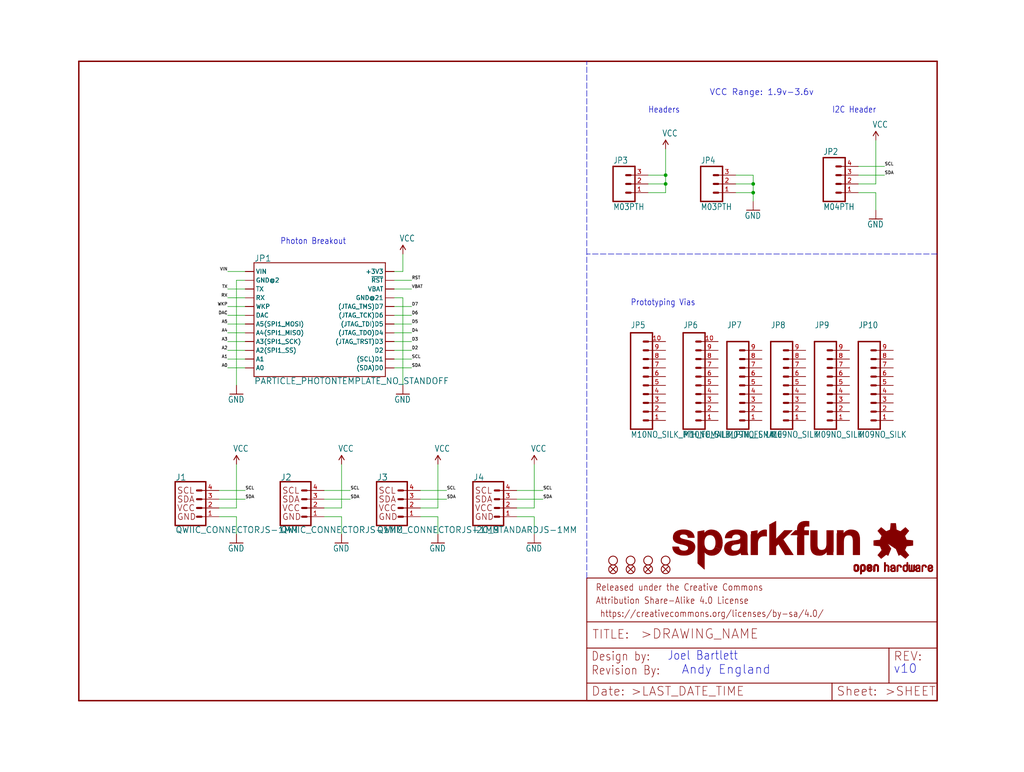
<source format=kicad_sch>
(kicad_sch (version 20211123) (generator eeschema)
  (paper "User" 297.002 223.926)
  (lib_symbols
    (symbol "schematicEagle-eagle-import:FIDUCIALUFIDUCIAL")
    (symbol "schematicEagle-eagle-import:FRAME-LETTER"
      (symbol "FRAME-LETTER_2_0"
        (text " https://creativecommons.org/licenses/by-sa/4.0/" (at 2.54 24.13 0) (effects (font (size 1.9304 1.6408)) (justify left bottom)))
        (text ">DRAWING_NAME" (at 15.494 17.78 0) (effects (font (size 2.7432 2.7432)) (justify left bottom)))
        (text ">LAST_DATE_TIME" (at 12.7 1.27 0) (effects (font (size 2.54 2.54)) (justify left bottom)))
        (text ">SHEET" (at 86.36 1.27 0) (effects (font (size 2.54 2.54)) (justify left bottom)))
        (text "Attribution Share-Alike 4.0 License" (at 2.54 27.94 0) (effects (font (size 1.9304 1.6408)) (justify left bottom)))
        (text "Date:" (at 1.27 1.27 0) (effects (font (size 2.54 2.54)) (justify left bottom)))
        (text "Design by:" (at 1.27 11.43 0) (effects (font (size 2.54 2.159)) (justify left bottom)))
        (text "Released under the Creative Commons" (at 2.54 31.75 0) (effects (font (size 1.9304 1.6408)) (justify left bottom)))
        (text "REV:" (at 88.9 11.43 0) (effects (font (size 2.54 2.54)) (justify left bottom)))
        (text "Sheet:" (at 72.39 1.27 0) (effects (font (size 2.54 2.54)) (justify left bottom)))
        (text "TITLE:" (at 1.524 17.78 0) (effects (font (size 2.54 2.54)) (justify left bottom)))
      )
    )
    (symbol "schematicEagle-eagle-import:GND" (power)
      (property "Value" "GND" (at -2.54 -2.54 0))
      (symbol "GND_1_0"
        (pin power_in line (at 0 2.54 270) (length 2.54) (name "GND") (number "1"))
      )
    )
    (symbol "schematicEagle-eagle-import:I2C_STANDARDJS-1MM"
      (property "Reference" "J" (at -5.08 7.874 0))
      (property "Value" "I2C_STANDARDJS-1MM" (at -5.08 -5.334 0))
      (symbol "I2C_STANDARDJS-1MM_1_0"
        (text "GND" (at -4.572 -2.54 0) (effects (font (size 1.778 1.778)) (justify left)))
        (text "SCL" (at -4.572 5.08 0) (effects (font (size 1.778 1.778)) (justify left)))
        (text "SDA" (at -4.572 2.54 0) (effects (font (size 1.778 1.778)) (justify left)))
        (text "VCC" (at -4.572 0 0) (effects (font (size 1.778 1.778)) (justify left)))
        (pin power_in line (at 7.62 -2.54 180) (length 5.08) (name "GND") (number "1"))
        (pin power_in line (at 7.62 0 180) (length 5.08) (name "VCC") (number "2"))
        (pin passive line (at 7.62 2.54 180) (length 5.08) (name "SDA") (number "3"))
        (pin passive line (at 7.62 5.08 180) (length 5.08) (name "SCL") (number "4"))
      )
    )
    (symbol "schematicEagle-eagle-import:M03PTH"
      (property "Reference" "JP" (at -2.54 5.842 0))
      (property "Value" "M03PTH" (at -2.54 -7.62 0))
      (symbol "M03PTH_1_0"
        (pin passive line (at 7.62 -2.54 180) (length 5.08) (name "1") (number "1"))
        (pin passive line (at 7.62 0 180) (length 5.08) (name "2") (number "2"))
        (pin passive line (at 7.62 2.54 180) (length 5.08) (name "3") (number "3"))
      )
    )
    (symbol "schematicEagle-eagle-import:M04PTH"
      (property "Reference" "JP" (at -5.08 8.382 0))
      (property "Value" "M04PTH" (at -5.08 -7.62 0))
      (symbol "M04PTH_1_0"
        (pin passive line (at 5.08 -2.54 180) (length 5.08) (name "1") (number "1"))
        (pin passive line (at 5.08 0 180) (length 5.08) (name "2") (number "2"))
        (pin passive line (at 5.08 2.54 180) (length 5.08) (name "3") (number "3"))
        (pin passive line (at 5.08 5.08 180) (length 5.08) (name "4") (number "4"))
      )
    )
    (symbol "schematicEagle-eagle-import:M09NO_SILK"
      (property "Reference" "JP" (at 0 16.51 0))
      (property "Value" "M09NO_SILK" (at 0 -15.24 0))
      (symbol "M09NO_SILK_1_0"
        (pin passive line (at 10.16 -10.16 180) (length 5.08) (name "1") (number "1"))
        (pin passive line (at 10.16 -7.62 180) (length 5.08) (name "2") (number "2"))
        (pin passive line (at 10.16 -5.08 180) (length 5.08) (name "3") (number "3"))
        (pin passive line (at 10.16 -2.54 180) (length 5.08) (name "4") (number "4"))
        (pin passive line (at 10.16 0 180) (length 5.08) (name "5") (number "5"))
        (pin passive line (at 10.16 2.54 180) (length 5.08) (name "6") (number "6"))
        (pin passive line (at 10.16 5.08 180) (length 5.08) (name "7") (number "7"))
        (pin passive line (at 10.16 7.62 180) (length 5.08) (name "8") (number "8"))
        (pin passive line (at 10.16 10.16 180) (length 5.08) (name "9") (number "9"))
      )
    )
    (symbol "schematicEagle-eagle-import:M10NO_SILK_PTH_FEMALE"
      (property "Reference" "JP" (at 0 8.89 0))
      (property "Value" "M10NO_SILK_PTH_FEMALE" (at 0 -22.86 0))
      (symbol "M10NO_SILK_PTH_FEMALE_1_0"
        (pin passive line (at 10.16 -17.78 180) (length 5.08) (name "1") (number "1"))
        (pin passive line (at 10.16 5.08 180) (length 5.08) (name "10") (number "10"))
        (pin passive line (at 10.16 -15.24 180) (length 5.08) (name "2") (number "2"))
        (pin passive line (at 10.16 -12.7 180) (length 5.08) (name "3") (number "3"))
        (pin passive line (at 10.16 -10.16 180) (length 5.08) (name "4") (number "4"))
        (pin passive line (at 10.16 -7.62 180) (length 5.08) (name "5") (number "5"))
        (pin passive line (at 10.16 -5.08 180) (length 5.08) (name "6") (number "6"))
        (pin passive line (at 10.16 -2.54 180) (length 5.08) (name "7") (number "7"))
        (pin passive line (at 10.16 0 180) (length 5.08) (name "8") (number "8"))
        (pin passive line (at 10.16 2.54 180) (length 5.08) (name "9") (number "9"))
      )
    )
    (symbol "schematicEagle-eagle-import:OSHW-LOGOM")
    (symbol "schematicEagle-eagle-import:PARTICLE_PHOTONTEMPLATE_NO_STANDOFF"
      (property "Reference" "JP" (at -20.32 18.034 0))
      (property "Value" "PARTICLE_PHOTONTEMPLATE_NO_STANDOFF" (at -20.32 -15.494 0))
      (symbol "PARTICLE_PHOTONTEMPLATE_NO_STANDOFF_1_0"
        (pin power_in line (at -22.86 15.24 0) (length 2.54) (name "VIN") (number "1"))
        (pin bidirectional line (at -22.86 -7.62 0) (length 2.54) (name "A2(SPI1_SS)") (number "10"))
        (pin bidirectional line (at -22.86 -10.16 0) (length 2.54) (name "A1") (number "11"))
        (pin bidirectional line (at -22.86 -12.7 0) (length 2.54) (name "A0") (number "12"))
        (pin bidirectional line (at 20.32 -12.7 180) (length 2.54) (name "(SDA)D0") (number "13"))
        (pin bidirectional line (at 20.32 -10.16 180) (length 2.54) (name "(SCL)D1") (number "14"))
        (pin bidirectional line (at 20.32 -7.62 180) (length 2.54) (name "D2") (number "15"))
        (pin bidirectional line (at 20.32 -5.08 180) (length 2.54) (name "(JTAG_TRST)D3") (number "16"))
        (pin bidirectional line (at 20.32 -2.54 180) (length 2.54) (name "(JTAG_TDO)D4") (number "17"))
        (pin bidirectional line (at 20.32 0 180) (length 2.54) (name "(JTAG_TDI)D5") (number "18"))
        (pin bidirectional line (at 20.32 2.54 180) (length 2.54) (name "(JTAG_TCK)D6") (number "19"))
        (pin power_in line (at -22.86 12.7 0) (length 2.54) (name "GND@2") (number "2"))
        (pin bidirectional line (at 20.32 5.08 180) (length 2.54) (name "(JTAG_TMS)D7") (number "20"))
        (pin power_in line (at 20.32 7.62 180) (length 2.54) (name "GND@21") (number "21"))
        (pin power_in line (at 20.32 10.16 180) (length 2.54) (name "VBAT") (number "22"))
        (pin bidirectional line (at 20.32 12.7 180) (length 2.54) (name "~{RST}") (number "23"))
        (pin power_in line (at 20.32 15.24 180) (length 2.54) (name "+3V3") (number "24"))
        (pin bidirectional line (at -22.86 10.16 0) (length 2.54) (name "TX") (number "3"))
        (pin power_in line (at 20.32 15.24 180) (length 2.54) (name "+3V3") (number "3V3"))
        (pin bidirectional line (at -22.86 7.62 0) (length 2.54) (name "RX") (number "4"))
        (pin bidirectional line (at -22.86 5.08 0) (length 2.54) (name "WKP") (number "5"))
        (pin bidirectional line (at -22.86 2.54 0) (length 2.54) (name "DAC") (number "6"))
        (pin bidirectional line (at -22.86 0 0) (length 2.54) (name "A5(SPI1_MOSI)") (number "7"))
        (pin bidirectional line (at -22.86 -2.54 0) (length 2.54) (name "A4(SPI1_MISO)") (number "8"))
        (pin bidirectional line (at -22.86 -5.08 0) (length 2.54) (name "A3(SPI1_SCK)") (number "9"))
        (pin bidirectional line (at -22.86 -12.7 0) (length 2.54) (name "A0") (number "A0"))
        (pin bidirectional line (at -22.86 -10.16 0) (length 2.54) (name "A1") (number "A1"))
        (pin bidirectional line (at -22.86 -7.62 0) (length 2.54) (name "A2(SPI1_SS)") (number "A2"))
        (pin bidirectional line (at -22.86 -5.08 0) (length 2.54) (name "A3(SPI1_SCK)") (number "A3"))
        (pin bidirectional line (at -22.86 -2.54 0) (length 2.54) (name "A4(SPI1_MISO)") (number "A4"))
        (pin bidirectional line (at -22.86 0 0) (length 2.54) (name "A5(SPI1_MOSI)") (number "A5"))
        (pin bidirectional line (at 20.32 -12.7 180) (length 2.54) (name "(SDA)D0") (number "D0"))
        (pin bidirectional line (at 20.32 -10.16 180) (length 2.54) (name "(SCL)D1") (number "D1"))
        (pin bidirectional line (at 20.32 -7.62 180) (length 2.54) (name "D2") (number "D2"))
        (pin bidirectional line (at 20.32 -5.08 180) (length 2.54) (name "(JTAG_TRST)D3") (number "D3"))
        (pin bidirectional line (at 20.32 -2.54 180) (length 2.54) (name "(JTAG_TDO)D4") (number "D4"))
        (pin bidirectional line (at 20.32 0 180) (length 2.54) (name "(JTAG_TDI)D5") (number "D5"))
        (pin bidirectional line (at 20.32 2.54 180) (length 2.54) (name "(JTAG_TCK)D6") (number "D6"))
        (pin bidirectional line (at 20.32 5.08 180) (length 2.54) (name "(JTAG_TMS)D7") (number "D7"))
        (pin bidirectional line (at -22.86 2.54 0) (length 2.54) (name "DAC") (number "DAC"))
        (pin power_in line (at -22.86 12.7 0) (length 2.54) (name "GND@2") (number "GND@0"))
        (pin power_in line (at 20.32 7.62 180) (length 2.54) (name "GND@21") (number "GND@2"))
        (pin bidirectional line (at 20.32 12.7 180) (length 2.54) (name "~{RST}") (number "RST"))
        (pin bidirectional line (at -22.86 7.62 0) (length 2.54) (name "RX") (number "RX"))
        (pin bidirectional line (at -22.86 10.16 0) (length 2.54) (name "TX") (number "TX"))
        (pin power_in line (at 20.32 10.16 180) (length 2.54) (name "VBAT") (number "VBAT"))
        (pin power_in line (at -22.86 15.24 0) (length 2.54) (name "VIN") (number "VIN"))
        (pin bidirectional line (at -22.86 5.08 0) (length 2.54) (name "WKP") (number "WKP"))
      )
    )
    (symbol "schematicEagle-eagle-import:QWIIC_CONNECTORJS-1MM"
      (property "Reference" "J" (at -5.08 7.874 0))
      (property "Value" "QWIIC_CONNECTORJS-1MM" (at -5.08 -5.334 0))
      (symbol "QWIIC_CONNECTORJS-1MM_1_0"
        (text "GND" (at -4.572 -2.54 0) (effects (font (size 1.778 1.778)) (justify left)))
        (text "SCL" (at -4.572 5.08 0) (effects (font (size 1.778 1.778)) (justify left)))
        (text "SDA" (at -4.572 2.54 0) (effects (font (size 1.778 1.778)) (justify left)))
        (text "VCC" (at -4.572 0 0) (effects (font (size 1.778 1.778)) (justify left)))
        (pin power_in line (at 7.62 -2.54 180) (length 5.08) (name "GND") (number "1"))
        (pin power_in line (at 7.62 0 180) (length 5.08) (name "VCC") (number "2"))
        (pin passive line (at 7.62 2.54 180) (length 5.08) (name "SDA") (number "3"))
        (pin passive line (at 7.62 5.08 180) (length 5.08) (name "SCL") (number "4"))
      )
    )
    (symbol "schematicEagle-eagle-import:REVISION"
      (symbol "REVISION_1_0"
        (text "Revision By: " (at 0 0 0) (effects (font (size 2.54 2.159)) (justify left bottom)))
      )
    )
    (symbol "schematicEagle-eagle-import:SFE_LOGO_NAME.1_INCH")
    (symbol "schematicEagle-eagle-import:STAND-OFF")
    (symbol "schematicEagle-eagle-import:VCC" (power)
      (property "Value" "VCC" (at -1.016 3.556 0))
      (symbol "VCC_1_0"
        (pin power_in line (at 0 0 90) (length 2.54) (name "VCC") (number "1"))
      )
    )
  )
  (junction (at 193.04 50.8))
  (junction (at 218.44 55.88))
  (junction (at 218.44 53.34))
  (junction (at 193.04 53.34))
  (wire (pts (xy 248.92 55.88) (xy 254 55.88)))
  (wire (pts (xy 114.3 86.36) (xy 116.84 86.36)))
  (wire (pts (xy 71.12 104.14) (xy 66.04 104.14)))
  (wire (pts (xy 93.98 142.24) (xy 101.6 142.24)))
  (polyline (pts (xy 170.18 73.66) (xy 170.18 17.78)))
  (wire (pts (xy 116.84 78.74) (xy 116.84 73.66)))
  (wire (pts (xy 193.04 43.18) (xy 193.04 50.8)))
  (wire (pts (xy 218.44 53.34) (xy 218.44 50.8)))
  (wire (pts (xy 71.12 106.68) (xy 66.04 106.68)))
  (wire (pts (xy 71.12 86.36) (xy 66.04 86.36)))
  (wire (pts (xy 114.3 104.14) (xy 119.38 104.14)))
  (wire (pts (xy 213.36 53.34) (xy 218.44 53.34)))
  (wire (pts (xy 63.5 147.32) (xy 68.58 147.32)))
  (wire (pts (xy 213.36 55.88) (xy 218.44 55.88)))
  (wire (pts (xy 149.86 147.32) (xy 154.94 147.32)))
  (wire (pts (xy 248.92 53.34) (xy 254 53.34)))
  (wire (pts (xy 193.04 53.34) (xy 193.04 55.88)))
  (wire (pts (xy 71.12 81.28) (xy 68.58 81.28)))
  (wire (pts (xy 248.92 48.26) (xy 256.54 48.26)))
  (wire (pts (xy 218.44 55.88) (xy 218.44 58.42)))
  (wire (pts (xy 116.84 86.36) (xy 116.84 111.76)))
  (wire (pts (xy 127 147.32) (xy 127 134.62)))
  (wire (pts (xy 71.12 99.06) (xy 66.04 99.06)))
  (wire (pts (xy 154.94 149.86) (xy 154.94 154.94)))
  (wire (pts (xy 68.58 81.28) (xy 68.58 111.76)))
  (polyline (pts (xy 271.78 73.66) (xy 170.18 73.66)))
  (wire (pts (xy 93.98 144.78) (xy 101.6 144.78)))
  (wire (pts (xy 63.5 144.78) (xy 71.12 144.78)))
  (wire (pts (xy 114.3 99.06) (xy 119.38 99.06)))
  (wire (pts (xy 114.3 101.6) (xy 119.38 101.6)))
  (wire (pts (xy 127 149.86) (xy 127 154.94)))
  (wire (pts (xy 121.92 142.24) (xy 129.54 142.24)))
  (wire (pts (xy 218.44 55.88) (xy 218.44 53.34)))
  (wire (pts (xy 254 55.88) (xy 254 60.96)))
  (wire (pts (xy 254 53.34) (xy 254 40.64)))
  (wire (pts (xy 114.3 106.68) (xy 119.38 106.68)))
  (wire (pts (xy 114.3 88.9) (xy 119.38 88.9)))
  (wire (pts (xy 99.06 149.86) (xy 99.06 154.94)))
  (wire (pts (xy 71.12 93.98) (xy 66.04 93.98)))
  (wire (pts (xy 71.12 83.82) (xy 66.04 83.82)))
  (wire (pts (xy 121.92 144.78) (xy 129.54 144.78)))
  (wire (pts (xy 187.96 50.8) (xy 193.04 50.8)))
  (wire (pts (xy 149.86 142.24) (xy 157.48 142.24)))
  (wire (pts (xy 114.3 96.52) (xy 119.38 96.52)))
  (wire (pts (xy 71.12 78.74) (xy 66.04 78.74)))
  (wire (pts (xy 71.12 91.44) (xy 66.04 91.44)))
  (wire (pts (xy 99.06 147.32) (xy 99.06 134.62)))
  (wire (pts (xy 63.5 142.24) (xy 71.12 142.24)))
  (wire (pts (xy 114.3 83.82) (xy 119.38 83.82)))
  (wire (pts (xy 71.12 96.52) (xy 66.04 96.52)))
  (wire (pts (xy 248.92 50.8) (xy 256.54 50.8)))
  (wire (pts (xy 114.3 91.44) (xy 119.38 91.44)))
  (polyline (pts (xy 170.18 167.64) (xy 170.18 73.66)))
  (wire (pts (xy 63.5 149.86) (xy 68.58 149.86)))
  (wire (pts (xy 68.58 147.32) (xy 68.58 134.62)))
  (wire (pts (xy 193.04 55.88) (xy 187.96 55.88)))
  (wire (pts (xy 149.86 149.86) (xy 154.94 149.86)))
  (wire (pts (xy 114.3 93.98) (xy 119.38 93.98)))
  (wire (pts (xy 121.92 147.32) (xy 127 147.32)))
  (wire (pts (xy 154.94 147.32) (xy 154.94 134.62)))
  (wire (pts (xy 213.36 50.8) (xy 218.44 50.8)))
  (wire (pts (xy 93.98 147.32) (xy 99.06 147.32)))
  (wire (pts (xy 114.3 81.28) (xy 119.38 81.28)))
  (wire (pts (xy 149.86 144.78) (xy 157.48 144.78)))
  (wire (pts (xy 121.92 149.86) (xy 127 149.86)))
  (wire (pts (xy 68.58 149.86) (xy 68.58 154.94)))
  (wire (pts (xy 114.3 78.74) (xy 116.84 78.74)))
  (wire (pts (xy 187.96 53.34) (xy 193.04 53.34)))
  (wire (pts (xy 93.98 149.86) (xy 99.06 149.86)))
  (wire (pts (xy 71.12 88.9) (xy 66.04 88.9)))
  (wire (pts (xy 193.04 50.8) (xy 193.04 53.34)))
  (wire (pts (xy 71.12 101.6) (xy 66.04 101.6)))
  (text "v10" (at 259.08 195.58 180) (effects (font (size 2.54 2.54)) (justify left bottom)))
  (text "Andy England" (at 197.612 195.834 180) (effects (font (size 2.54 2.54)) (justify left bottom)))
  (text "Photon Breakout" (at 81.28 71.12 180) (effects (font (size 1.778 1.5113)) (justify left bottom)))
  (text "Joel Bartlett" (at 193.548 191.77 180) (effects (font (size 2.54 2.159)) (justify left bottom)))
  (text "I2C Header" (at 241.3 33.02 180) (effects (font (size 1.778 1.5113)) (justify left bottom)))
  (text "Prototyping Vias" (at 182.88 88.9 180) (effects (font (size 1.778 1.5113)) (justify left bottom)))
  (text "VCC Range: 1.9v-3.6v" (at 205.74 27.94 180) (effects (font (size 1.778 1.778)) (justify left bottom)))
  (text "Headers" (at 187.96 33.02 180) (effects (font (size 1.778 1.5113)) (justify left bottom)))
  (label "SDA" (at 119.38 106.68 0) (effects (font (size 0.889 0.889))))
  (label "D7" (at 119.38 88.9 0) (effects (font (size 0.889 0.889))))
  (label "D6" (at 119.38 91.44 0) (effects (font (size 0.889 0.889))))
  (label "A1" (at 66.04 104.14 180) (effects (font (size 0.889 0.889))))
  (label "A5" (at 66.04 93.98 180) (effects (font (size 0.889 0.889))))
  (label "SDA" (at 101.6 144.78 0) (effects (font (size 0.889 0.889))))
  (label "SDA" (at 129.54 144.78 0) (effects (font (size 0.889 0.889))))
  (label "VBAT" (at 119.38 83.82 0) (effects (font (size 0.889 0.889))))
  (label "DAC" (at 66.04 91.44 180) (effects (font (size 0.889 0.889))))
  (label "SDA" (at 71.12 144.78 0) (effects (font (size 0.889 0.889))))
  (label "SDA" (at 157.48 144.78 0) (effects (font (size 0.889 0.889))))
  (label "D5" (at 119.38 93.98 0) (effects (font (size 0.889 0.889))))
  (label "A2" (at 66.04 101.6 180) (effects (font (size 0.889 0.889))))
  (label "VIN" (at 66.04 78.74 180) (effects (font (size 0.889 0.889))))
  (label "SCL" (at 256.54 48.26 0) (effects (font (size 0.889 0.889))))
  (label "SCL" (at 119.38 104.14 0) (effects (font (size 0.889 0.889))))
  (label "SCL" (at 101.6 142.24 0) (effects (font (size 0.889 0.889))))
  (label "SCL" (at 129.54 142.24 0) (effects (font (size 0.889 0.889))))
  (label "D4" (at 119.38 96.52 0) (effects (font (size 0.889 0.889))))
  (label "WKP" (at 66.04 88.9 180) (effects (font (size 0.889 0.889))))
  (label "D3" (at 119.38 99.06 0) (effects (font (size 0.889 0.889))))
  (label "RST" (at 119.38 81.28 0) (effects (font (size 0.889 0.889))))
  (label "SDA" (at 256.54 50.8 0) (effects (font (size 0.889 0.889))))
  (label "A4" (at 66.04 96.52 180) (effects (font (size 0.889 0.889))))
  (label "RX" (at 66.04 86.36 180) (effects (font (size 0.889 0.889))))
  (label "SCL" (at 157.48 142.24 0) (effects (font (size 0.889 0.889))))
  (label "TX" (at 66.04 83.82 180) (effects (font (size 0.889 0.889))))
  (label "A3" (at 66.04 99.06 180) (effects (font (size 0.889 0.889))))
  (label "SCL" (at 71.12 142.24 0) (effects (font (size 0.889 0.889))))
  (label "D2" (at 119.38 101.6 0) (effects (font (size 0.889 0.889))))
  (label "A0" (at 66.04 106.68 180) (effects (font (size 0.889 0.889))))
  (symbol (lib_id "schematicEagle-eagle-import:PARTICLE_PHOTONTEMPLATE_NO_STANDOFF") (at 93.98 93.98 0) (unit 1)
    (property "Reference" "JP1" (at 73.66 75.946 0) (effects (font (size 1.778 1.778)) (justify left bottom)))
    (property "Value" "PARTICLE_PHOTONTEMPLATE_NO_STANDOFF" (at 73.66 109.474 0) (effects (font (size 1.778 1.778)) (justify left top)))
    (property "Footprint" "schematicEagle:PARTICLE_PHOTON_TEMPLATE_NO_STANDOFF" (effects hide))
  )
  (symbol (lib_id "schematicEagle-eagle-import:STAND-OFF") (at 177.8 162.56 0) (unit 1)
    (property "Reference" "H1" (effects hide))
    (property "Value" "STAND-OFF" (effects hide))
    (property "Footprint" "schematicEagle:STAND-OFF" (effects hide))
  )
  (symbol (lib_id "schematicEagle-eagle-import:GND") (at 116.84 114.3 0) (unit 1)
    (property "Reference" "#GND2" (effects hide))
    (property "Value" "GND" (at 114.3 116.84 0) (effects (font (size 1.778 1.5113)) (justify left bottom)))
    (property "Footprint" "schematicEagle:" (effects hide))
  )
  (symbol (lib_id "schematicEagle-eagle-import:M03PTH") (at 180.34 53.34 0) (unit 1)
    (property "Reference" "JP3" (at 177.8 47.498 0) (effects (font (size 1.778 1.5113)) (justify left bottom)))
    (property "Value" "M03PTH" (at 177.8 60.96 0) (effects (font (size 1.778 1.5113)) (justify left bottom)))
    (property "Footprint" "schematicEagle:1X03" (effects hide))
  )
  (symbol (lib_id "schematicEagle-eagle-import:QWIIC_CONNECTORJS-1MM") (at 55.88 147.32 0) (unit 1)
    (property "Reference" "J1" (at 50.8 139.446 0) (effects (font (size 1.778 1.778)) (justify left bottom)))
    (property "Value" "QWIIC_CONNECTORJS-1MM" (at 50.8 152.654 0) (effects (font (size 1.778 1.778)) (justify left top)))
    (property "Footprint" "schematicEagle:1X04_1MM_RA" (effects hide))
  )
  (symbol (lib_id "schematicEagle-eagle-import:M10NO_SILK_PTH_FEMALE") (at 198.12 104.14 0) (unit 1)
    (property "Reference" "JP6" (at 198.12 95.25 0) (effects (font (size 1.778 1.5113)) (justify left bottom)))
    (property "Value" "M10NO_SILK_PTH_FEMALE" (at 198.12 127 0) (effects (font (size 1.778 1.5113)) (justify left bottom)))
    (property "Footprint" "schematicEagle:1X10_NO_SILK" (effects hide))
  )
  (symbol (lib_id "schematicEagle-eagle-import:I2C_STANDARDJS-1MM") (at 142.24 147.32 0) (unit 1)
    (property "Reference" "J4" (at 137.16 139.446 0) (effects (font (size 1.778 1.778)) (justify left bottom)))
    (property "Value" "I2C_STANDARDJS-1MM" (at 137.16 152.654 0) (effects (font (size 1.778 1.778)) (justify left top)))
    (property "Footprint" "schematicEagle:1X04_1MM_RA" (effects hide))
  )
  (symbol (lib_id "schematicEagle-eagle-import:GND") (at 68.58 157.48 0) (unit 1)
    (property "Reference" "#GND8" (effects hide))
    (property "Value" "GND" (at 66.04 160.02 0) (effects (font (size 1.778 1.5113)) (justify left bottom)))
    (property "Footprint" "schematicEagle:" (effects hide))
  )
  (symbol (lib_id "schematicEagle-eagle-import:FIDUCIALUFIDUCIAL") (at 187.96 165.1 0) (unit 1)
    (property "Reference" "FD3" (effects hide))
    (property "Value" "FIDUCIALUFIDUCIAL" (effects hide))
    (property "Footprint" "schematicEagle:FIDUCIAL-MICRO" (effects hide))
  )
  (symbol (lib_id "schematicEagle-eagle-import:GND") (at 218.44 60.96 0) (unit 1)
    (property "Reference" "#GND3" (effects hide))
    (property "Value" "GND" (at 215.9 63.5 0) (effects (font (size 1.778 1.5113)) (justify left bottom)))
    (property "Footprint" "schematicEagle:" (effects hide))
  )
  (symbol (lib_id "schematicEagle-eagle-import:FIDUCIALUFIDUCIAL") (at 193.04 165.1 0) (unit 1)
    (property "Reference" "FD4" (effects hide))
    (property "Value" "FIDUCIALUFIDUCIAL" (effects hide))
    (property "Footprint" "schematicEagle:FIDUCIAL-MICRO" (effects hide))
  )
  (symbol (lib_id "schematicEagle-eagle-import:FIDUCIALUFIDUCIAL") (at 182.88 165.1 0) (unit 1)
    (property "Reference" "FD2" (effects hide))
    (property "Value" "FIDUCIALUFIDUCIAL" (effects hide))
    (property "Footprint" "schematicEagle:FIDUCIAL-MICRO" (effects hide))
  )
  (symbol (lib_id "schematicEagle-eagle-import:STAND-OFF") (at 193.04 162.56 0) (unit 1)
    (property "Reference" "H4" (effects hide))
    (property "Value" "STAND-OFF" (effects hide))
    (property "Footprint" "schematicEagle:STAND-OFF" (effects hide))
  )
  (symbol (lib_id "schematicEagle-eagle-import:GND") (at 127 157.48 0) (unit 1)
    (property "Reference" "#GND6" (effects hide))
    (property "Value" "GND" (at 124.46 160.02 0) (effects (font (size 1.778 1.5113)) (justify left bottom)))
    (property "Footprint" "schematicEagle:" (effects hide))
  )
  (symbol (lib_id "schematicEagle-eagle-import:FIDUCIALUFIDUCIAL") (at 177.8 165.1 0) (unit 1)
    (property "Reference" "FD1" (effects hide))
    (property "Value" "FIDUCIALUFIDUCIAL" (effects hide))
    (property "Footprint" "schematicEagle:FIDUCIAL-MICRO" (effects hide))
  )
  (symbol (lib_id "schematicEagle-eagle-import:GND") (at 154.94 157.48 0) (unit 1)
    (property "Reference" "#GND5" (effects hide))
    (property "Value" "GND" (at 152.4 160.02 0) (effects (font (size 1.778 1.5113)) (justify left bottom)))
    (property "Footprint" "schematicEagle:" (effects hide))
  )
  (symbol (lib_id "schematicEagle-eagle-import:M09NO_SILK") (at 248.92 111.76 0) (unit 1)
    (property "Reference" "JP10" (at 248.92 95.25 0) (effects (font (size 1.778 1.5113)) (justify left bottom)))
    (property "Value" "M09NO_SILK" (at 248.92 127 0) (effects (font (size 1.778 1.5113)) (justify left bottom)))
    (property "Footprint" "schematicEagle:1X09_NO_SILK" (effects hide))
  )
  (symbol (lib_id "schematicEagle-eagle-import:M10NO_SILK_PTH_FEMALE") (at 182.88 104.14 0) (unit 1)
    (property "Reference" "JP5" (at 182.88 95.25 0) (effects (font (size 1.778 1.5113)) (justify left bottom)))
    (property "Value" "M10NO_SILK_PTH_FEMALE" (at 182.88 127 0) (effects (font (size 1.778 1.5113)) (justify left bottom)))
    (property "Footprint" "schematicEagle:1X10_NO_SILK" (effects hide))
  )
  (symbol (lib_id "schematicEagle-eagle-import:M04PTH") (at 243.84 53.34 0) (unit 1)
    (property "Reference" "JP2" (at 238.76 44.958 0) (effects (font (size 1.778 1.5113)) (justify left bottom)))
    (property "Value" "M04PTH" (at 238.76 60.96 0) (effects (font (size 1.778 1.5113)) (justify left bottom)))
    (property "Footprint" "schematicEagle:1X04" (effects hide))
  )
  (symbol (lib_id "schematicEagle-eagle-import:GND") (at 68.58 114.3 0) (unit 1)
    (property "Reference" "#GND1" (effects hide))
    (property "Value" "GND" (at 66.04 116.84 0) (effects (font (size 1.778 1.5113)) (justify left bottom)))
    (property "Footprint" "schematicEagle:" (effects hide))
  )
  (symbol (lib_id "schematicEagle-eagle-import:GND") (at 99.06 157.48 0) (unit 1)
    (property "Reference" "#GND7" (effects hide))
    (property "Value" "GND" (at 96.52 160.02 0) (effects (font (size 1.778 1.5113)) (justify left bottom)))
    (property "Footprint" "schematicEagle:" (effects hide))
  )
  (symbol (lib_id "schematicEagle-eagle-import:M09NO_SILK") (at 210.82 111.76 0) (unit 1)
    (property "Reference" "JP7" (at 210.82 95.25 0) (effects (font (size 1.778 1.5113)) (justify left bottom)))
    (property "Value" "M09NO_SILK" (at 210.82 127 0) (effects (font (size 1.778 1.5113)) (justify left bottom)))
    (property "Footprint" "schematicEagle:1X09_NO_SILK" (effects hide))
  )
  (symbol (lib_id "schematicEagle-eagle-import:VCC") (at 154.94 134.62 0) (unit 1)
    (property "Reference" "#SUPPLY4" (effects hide))
    (property "Value" "VCC" (at 153.924 131.064 0) (effects (font (size 1.778 1.5113)) (justify left bottom)))
    (property "Footprint" "schematicEagle:" (effects hide))
  )
  (symbol (lib_id "schematicEagle-eagle-import:FRAME-LETTER") (at 22.86 203.2 0) (unit 1)
    (property "Reference" "FRAME1" (effects hide))
    (property "Value" "FRAME-LETTER" (effects hide))
    (property "Footprint" "schematicEagle:CREATIVE_COMMONS" (effects hide))
  )
  (symbol (lib_id "schematicEagle-eagle-import:SFE_LOGO_NAME.1_INCH") (at 193.04 165.1 0) (unit 1)
    (property "Reference" "U$4" (effects hide))
    (property "Value" "SFE_LOGO_NAME.1_INCH" (effects hide))
    (property "Footprint" "schematicEagle:SFE_LOGO_NAME_.1" (effects hide))
  )
  (symbol (lib_id "schematicEagle-eagle-import:QWIIC_CONNECTORJS-1MM") (at 86.36 147.32 0) (unit 1)
    (property "Reference" "J2" (at 81.28 139.446 0) (effects (font (size 1.778 1.778)) (justify left bottom)))
    (property "Value" "QWIIC_CONNECTORJS-1MM" (at 81.28 152.654 0) (effects (font (size 1.778 1.778)) (justify left top)))
    (property "Footprint" "schematicEagle:1X04_1MM_RA" (effects hide))
  )
  (symbol (lib_id "schematicEagle-eagle-import:M03PTH") (at 205.74 53.34 0) (unit 1)
    (property "Reference" "JP4" (at 203.2 47.498 0) (effects (font (size 1.778 1.5113)) (justify left bottom)))
    (property "Value" "M03PTH" (at 203.2 60.96 0) (effects (font (size 1.778 1.5113)) (justify left bottom)))
    (property "Footprint" "schematicEagle:1X03" (effects hide))
  )
  (symbol (lib_id "schematicEagle-eagle-import:STAND-OFF") (at 182.88 162.56 0) (unit 1)
    (property "Reference" "H2" (effects hide))
    (property "Value" "STAND-OFF" (effects hide))
    (property "Footprint" "schematicEagle:STAND-OFF" (effects hide))
  )
  (symbol (lib_id "schematicEagle-eagle-import:M09NO_SILK") (at 223.52 111.76 0) (unit 1)
    (property "Reference" "JP8" (at 223.52 95.25 0) (effects (font (size 1.778 1.5113)) (justify left bottom)))
    (property "Value" "M09NO_SILK" (at 223.52 127 0) (effects (font (size 1.778 1.5113)) (justify left bottom)))
    (property "Footprint" "schematicEagle:1X09_NO_SILK" (effects hide))
  )
  (symbol (lib_id "schematicEagle-eagle-import:M09NO_SILK") (at 236.22 111.76 0) (unit 1)
    (property "Reference" "JP9" (at 236.22 95.25 0) (effects (font (size 1.778 1.5113)) (justify left bottom)))
    (property "Value" "M09NO_SILK" (at 236.22 127 0) (effects (font (size 1.778 1.5113)) (justify left bottom)))
    (property "Footprint" "schematicEagle:1X09_NO_SILK" (effects hide))
  )
  (symbol (lib_id "schematicEagle-eagle-import:STAND-OFF") (at 187.96 162.56 0) (unit 1)
    (property "Reference" "H3" (effects hide))
    (property "Value" "STAND-OFF" (effects hide))
    (property "Footprint" "schematicEagle:STAND-OFF" (effects hide))
  )
  (symbol (lib_id "schematicEagle-eagle-import:VCC") (at 116.84 73.66 0) (unit 1)
    (property "Reference" "#SUPPLY3" (effects hide))
    (property "Value" "VCC" (at 115.824 70.104 0) (effects (font (size 1.778 1.5113)) (justify left bottom)))
    (property "Footprint" "schematicEagle:" (effects hide))
  )
  (symbol (lib_id "schematicEagle-eagle-import:QWIIC_CONNECTORJS-1MM") (at 114.3 147.32 0) (unit 1)
    (property "Reference" "J3" (at 109.22 139.446 0) (effects (font (size 1.778 1.778)) (justify left bottom)))
    (property "Value" "QWIIC_CONNECTORJS-1MM" (at 109.22 152.654 0) (effects (font (size 1.778 1.778)) (justify left top)))
    (property "Footprint" "schematicEagle:1X04_1MM_RA" (effects hide))
  )
  (symbol (lib_id "schematicEagle-eagle-import:FRAME-LETTER") (at 170.18 203.2 0) (unit 2)
    (property "Reference" "FRAME1" (effects hide))
    (property "Value" "FRAME-LETTER" (effects hide))
    (property "Footprint" "schematicEagle:CREATIVE_COMMONS" (effects hide))
  )
  (symbol (lib_id "schematicEagle-eagle-import:REVISION") (at 171.45 195.834 0) (unit 1)
    (property "Reference" "LOGO2" (effects hide))
    (property "Value" "REVISION" (effects hide))
    (property "Footprint" "schematicEagle:REVISION" (effects hide))
  )
  (symbol (lib_id "schematicEagle-eagle-import:VCC") (at 99.06 134.62 0) (unit 1)
    (property "Reference" "#SUPPLY6" (effects hide))
    (property "Value" "VCC" (at 98.044 131.064 0) (effects (font (size 1.778 1.5113)) (justify left bottom)))
    (property "Footprint" "schematicEagle:" (effects hide))
  )
  (symbol (lib_id "schematicEagle-eagle-import:GND") (at 254 63.5 0) (unit 1)
    (property "Reference" "#GND4" (effects hide))
    (property "Value" "GND" (at 251.46 66.04 0) (effects (font (size 1.778 1.5113)) (justify left bottom)))
    (property "Footprint" "schematicEagle:" (effects hide))
  )
  (symbol (lib_id "schematicEagle-eagle-import:VCC") (at 193.04 43.18 0) (unit 1)
    (property "Reference" "#SUPPLY2" (effects hide))
    (property "Value" "VCC" (at 192.024 39.624 0) (effects (font (size 1.778 1.5113)) (justify left bottom)))
    (property "Footprint" "schematicEagle:" (effects hide))
  )
  (symbol (lib_id "schematicEagle-eagle-import:VCC") (at 127 134.62 0) (unit 1)
    (property "Reference" "#SUPPLY5" (effects hide))
    (property "Value" "VCC" (at 125.984 131.064 0) (effects (font (size 1.778 1.5113)) (justify left bottom)))
    (property "Footprint" "schematicEagle:" (effects hide))
  )
  (symbol (lib_id "schematicEagle-eagle-import:VCC") (at 254 40.64 0) (unit 1)
    (property "Reference" "#SUPPLY1" (effects hide))
    (property "Value" "VCC" (at 252.984 37.084 0) (effects (font (size 1.778 1.5113)) (justify left bottom)))
    (property "Footprint" "schematicEagle:" (effects hide))
  )
  (symbol (lib_id "schematicEagle-eagle-import:OSHW-LOGOM") (at 259.08 157.48 0) (unit 1)
    (property "Reference" "LOGO1" (effects hide))
    (property "Value" "OSHW-LOGOM" (effects hide))
    (property "Footprint" "schematicEagle:OSHW-LOGO-M" (effects hide))
  )
  (symbol (lib_id "schematicEagle-eagle-import:VCC") (at 68.58 134.62 0) (unit 1)
    (property "Reference" "#SUPPLY7" (effects hide))
    (property "Value" "VCC" (at 67.564 131.064 0) (effects (font (size 1.778 1.5113)) (justify left bottom)))
    (property "Footprint" "schematicEagle:" (effects hide))
  )
)
</source>
